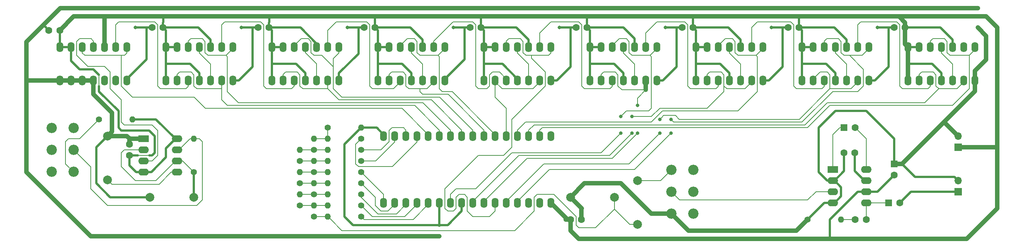
<source format=gbr>
G04 #@! TF.FileFunction,Copper,L2,Bot,Signal*
%FSLAX46Y46*%
G04 Gerber Fmt 4.6, Leading zero omitted, Abs format (unit mm)*
G04 Created by KiCad (PCBNEW 4.0.7-e2-6376~58~ubuntu16.04.1) date Wed Apr  4 21:12:27 2018*
%MOMM*%
%LPD*%
G01*
G04 APERTURE LIST*
%ADD10C,0.100000*%
%ADD11O,1.600000X2.300000*%
%ADD12C,1.400000*%
%ADD13O,1.400000X1.400000*%
%ADD14C,2.000000*%
%ADD15C,2.340000*%
%ADD16R,2.400000X1.600000*%
%ADD17O,2.400000X1.600000*%
%ADD18R,1.600000X1.600000*%
%ADD19C,1.600000*%
%ADD20R,1.700000X1.700000*%
%ADD21O,1.700000X1.700000*%
%ADD22C,0.800000*%
%ADD23C,1.000000*%
%ADD24C,0.500000*%
%ADD25C,0.200000*%
G04 APERTURE END LIST*
D10*
D11*
X21590000Y40640000D03*
X24130000Y40640000D03*
X26670000Y40640000D03*
X29210000Y40640000D03*
X31750000Y40640000D03*
X34290000Y40640000D03*
X36830000Y40640000D03*
X36830000Y48260000D03*
X34290000Y48260000D03*
X31750000Y48260000D03*
X29210000Y48260000D03*
X26670000Y48260000D03*
X24130000Y48260000D03*
X21590000Y48260000D03*
D12*
X90170000Y19685000D03*
D13*
X82550000Y19685000D03*
D11*
X133350000Y27940000D03*
X130810000Y27940000D03*
X128270000Y27940000D03*
X125730000Y27940000D03*
X123190000Y27940000D03*
X120650000Y27940000D03*
X118110000Y27940000D03*
X115570000Y27940000D03*
X113030000Y27940000D03*
X110490000Y27940000D03*
X107950000Y27940000D03*
X105410000Y27940000D03*
X102870000Y27940000D03*
X100330000Y27940000D03*
X97790000Y27940000D03*
X95250000Y27940000D03*
X95250000Y12700000D03*
X97790000Y12700000D03*
X100330000Y12700000D03*
X102870000Y12700000D03*
X105410000Y12700000D03*
X107950000Y12700000D03*
X110490000Y12700000D03*
X113030000Y12700000D03*
X115570000Y12700000D03*
X118110000Y12700000D03*
X120650000Y12700000D03*
X123190000Y12700000D03*
X125730000Y12700000D03*
X128270000Y12700000D03*
X130810000Y12700000D03*
X133350000Y12700000D03*
D12*
X30480000Y31750000D03*
D13*
X38100000Y31750000D03*
D11*
X69850000Y40640000D03*
X72390000Y40640000D03*
X74930000Y40640000D03*
X77470000Y40640000D03*
X80010000Y40640000D03*
X82550000Y40640000D03*
X85090000Y40640000D03*
X85090000Y48260000D03*
X82550000Y48260000D03*
X80010000Y48260000D03*
X77470000Y48260000D03*
X74930000Y48260000D03*
X72390000Y48260000D03*
X69850000Y48260000D03*
X166370000Y40640000D03*
X168910000Y40640000D03*
X171450000Y40640000D03*
X173990000Y40640000D03*
X176530000Y40640000D03*
X179070000Y40640000D03*
X181610000Y40640000D03*
X181610000Y48260000D03*
X179070000Y48260000D03*
X176530000Y48260000D03*
X173990000Y48260000D03*
X171450000Y48260000D03*
X168910000Y48260000D03*
X166370000Y48260000D03*
X45720000Y40640000D03*
X48260000Y40640000D03*
X50800000Y40640000D03*
X53340000Y40640000D03*
X55880000Y40640000D03*
X58420000Y40640000D03*
X60960000Y40640000D03*
X60960000Y48260000D03*
X58420000Y48260000D03*
X55880000Y48260000D03*
X53340000Y48260000D03*
X50800000Y48260000D03*
X48260000Y48260000D03*
X45720000Y48260000D03*
X93980000Y40640000D03*
X96520000Y40640000D03*
X99060000Y40640000D03*
X101600000Y40640000D03*
X104140000Y40640000D03*
X106680000Y40640000D03*
X109220000Y40640000D03*
X109220000Y48260000D03*
X106680000Y48260000D03*
X104140000Y48260000D03*
X101600000Y48260000D03*
X99060000Y48260000D03*
X96520000Y48260000D03*
X93980000Y48260000D03*
X118110000Y40640000D03*
X120650000Y40640000D03*
X123190000Y40640000D03*
X125730000Y40640000D03*
X128270000Y40640000D03*
X130810000Y40640000D03*
X133350000Y40640000D03*
X133350000Y48260000D03*
X130810000Y48260000D03*
X128270000Y48260000D03*
X125730000Y48260000D03*
X123190000Y48260000D03*
X120650000Y48260000D03*
X118110000Y48260000D03*
X142240000Y40640000D03*
X144780000Y40640000D03*
X147320000Y40640000D03*
X149860000Y40640000D03*
X152400000Y40640000D03*
X154940000Y40640000D03*
X157480000Y40640000D03*
X157480000Y48260000D03*
X154940000Y48260000D03*
X152400000Y48260000D03*
X149860000Y48260000D03*
X147320000Y48260000D03*
X144780000Y48260000D03*
X142240000Y48260000D03*
X190500000Y40640000D03*
X193040000Y40640000D03*
X195580000Y40640000D03*
X198120000Y40640000D03*
X200660000Y40640000D03*
X203200000Y40640000D03*
X205740000Y40640000D03*
X205740000Y48260000D03*
X203200000Y48260000D03*
X200660000Y48260000D03*
X198120000Y48260000D03*
X195580000Y48260000D03*
X193040000Y48260000D03*
X190500000Y48260000D03*
X214630000Y40640000D03*
X217170000Y40640000D03*
X219710000Y40640000D03*
X222250000Y40640000D03*
X224790000Y40640000D03*
X227330000Y40640000D03*
X229870000Y40640000D03*
X229870000Y48260000D03*
X227330000Y48260000D03*
X224790000Y48260000D03*
X222250000Y48260000D03*
X219710000Y48260000D03*
X217170000Y48260000D03*
X214630000Y48260000D03*
D14*
X32385000Y17940000D03*
X32385000Y27940000D03*
D12*
X52070000Y19685000D03*
D13*
X52070000Y27305000D03*
D15*
X19685000Y19765000D03*
X19685000Y24765000D03*
X19685000Y29765000D03*
X24685000Y19765000D03*
X24685000Y24765000D03*
X24685000Y29765000D03*
D16*
X40640000Y27305000D03*
D17*
X48260000Y19685000D03*
X40640000Y24765000D03*
X48260000Y22225000D03*
X40640000Y22225000D03*
X48260000Y24765000D03*
X40640000Y19685000D03*
X48260000Y27305000D03*
D16*
X197485000Y20320000D03*
D17*
X205105000Y12700000D03*
X197485000Y17780000D03*
X205105000Y15240000D03*
X197485000Y15240000D03*
X205105000Y17780000D03*
X197485000Y12700000D03*
X205105000Y20320000D03*
D14*
X147795000Y13970000D03*
X137795000Y13970000D03*
X153035000Y17780000D03*
X153035000Y7780000D03*
D18*
X200065000Y29845000D03*
D19*
X202565000Y29845000D03*
D18*
X211455000Y21550000D03*
D19*
X211455000Y19050000D03*
D18*
X210225000Y12700000D03*
D19*
X212725000Y12700000D03*
D20*
X226060000Y15240000D03*
D21*
X226060000Y17780000D03*
D12*
X191770000Y8890000D03*
D13*
X199390000Y8890000D03*
D15*
X165735000Y20240000D03*
X165735000Y15240000D03*
X165735000Y10240000D03*
X160735000Y20240000D03*
X160735000Y15240000D03*
X160735000Y10240000D03*
D14*
X52070000Y13970000D03*
X42070000Y13970000D03*
D12*
X82550000Y29845000D03*
D13*
X90170000Y29845000D03*
D12*
X90170000Y27305000D03*
D13*
X82550000Y27305000D03*
D12*
X90170000Y24765000D03*
D13*
X82550000Y24765000D03*
D12*
X90170000Y22225000D03*
D13*
X82550000Y22225000D03*
D12*
X90170000Y17145000D03*
D13*
X82550000Y17145000D03*
D12*
X90170000Y14605000D03*
D13*
X82550000Y14605000D03*
D12*
X90170000Y12065000D03*
D13*
X82550000Y12065000D03*
D12*
X90170000Y9525000D03*
D13*
X82550000Y9525000D03*
D19*
X21550000Y52070000D03*
X19050000Y52070000D03*
X45045000Y52705000D03*
X42545000Y52705000D03*
X69175000Y52705000D03*
X66675000Y52705000D03*
X93305000Y52705000D03*
X90805000Y52705000D03*
X117435000Y52705000D03*
X114935000Y52705000D03*
X141565000Y52705000D03*
X139065000Y52705000D03*
X165695000Y52705000D03*
X163195000Y52705000D03*
X189825000Y52705000D03*
X187325000Y52705000D03*
X213955000Y52705000D03*
X211455000Y52705000D03*
X137795000Y8890000D03*
X140295000Y8890000D03*
X202525000Y24130000D03*
X200025000Y24130000D03*
X202605000Y8890000D03*
X205105000Y8890000D03*
X37425000Y23535000D03*
X37425000Y26035000D03*
D12*
X79375000Y24765000D03*
D13*
X79375000Y27305000D03*
D12*
X76200000Y22225000D03*
D13*
X76200000Y24765000D03*
D12*
X79375000Y19685000D03*
D13*
X79375000Y22225000D03*
D12*
X76200000Y17145000D03*
D13*
X76200000Y19685000D03*
D12*
X79375000Y14605000D03*
D13*
X79375000Y17145000D03*
D12*
X76200000Y12065000D03*
D13*
X76200000Y14605000D03*
D12*
X79375000Y9525000D03*
D13*
X79375000Y12065000D03*
D20*
X226060000Y25400000D03*
D21*
X226060000Y27940000D03*
D22*
X107950000Y5080000D03*
X107950000Y7620000D03*
X230505000Y57150000D03*
X230505000Y52705000D03*
X207645000Y57150000D03*
X183515000Y57150000D03*
X159385000Y57150000D03*
X135255000Y57150000D03*
X111125000Y57150000D03*
X62865000Y57150000D03*
X38735000Y57150000D03*
X38735000Y52705000D03*
X62865000Y52705000D03*
X86995000Y57150000D03*
X207645000Y52705000D03*
X183515000Y52705000D03*
X159385000Y52705000D03*
X135255000Y52705000D03*
X111125000Y52705000D03*
X86995000Y52705000D03*
X153035000Y34925000D03*
X153035000Y28575000D03*
X149225000Y28575000D03*
X149225000Y32385000D03*
X151765000Y28575000D03*
X151765000Y32385000D03*
X158115000Y28575000D03*
X158115000Y31750000D03*
X160655000Y28575000D03*
X160655000Y31750000D03*
D23*
X234950000Y52705000D02*
X234950000Y25336500D01*
X234950000Y25336500D02*
X234950000Y11430000D01*
X226060000Y25400000D02*
X234886500Y25400000D01*
X234886500Y25400000D02*
X234950000Y25336500D01*
X212546370Y55245000D02*
X232410000Y55245000D01*
X232410000Y55245000D02*
X234950000Y52705000D01*
X234950000Y11430000D02*
X227965000Y4445000D01*
X227965000Y4445000D02*
X196850000Y4445000D01*
X214630000Y40640000D02*
X214630000Y44450000D01*
X214630000Y44450000D02*
X214630000Y48260000D01*
D24*
X222250000Y40640000D02*
X222250000Y42290000D01*
X222250000Y42290000D02*
X220090000Y44450000D01*
X220090000Y44450000D02*
X214630000Y44450000D01*
X142240000Y48260000D02*
X144780000Y48260000D01*
X118110000Y48260000D02*
X120650000Y48260000D01*
X93980000Y48260000D02*
X96520000Y48260000D01*
X69850000Y48260000D02*
X72390000Y48260000D01*
X45720000Y48260000D02*
X48260000Y48260000D01*
X39370000Y23495000D02*
X39330000Y23535000D01*
X39330000Y23535000D02*
X37425000Y23535000D01*
D25*
X41910000Y23495000D02*
X39370000Y23495000D01*
D24*
X42545000Y23495000D02*
X41910000Y23495000D01*
X43180000Y24130000D02*
X42545000Y23495000D01*
X43180000Y24142830D02*
X43180000Y24130000D01*
X43180000Y27940000D02*
X43180000Y24142830D01*
X41910000Y29210000D02*
X43180000Y27940000D01*
X41767170Y29210000D02*
X41910000Y29210000D01*
X35560000Y29210000D02*
X41767170Y29210000D01*
X34925000Y29845000D02*
X35560000Y29210000D01*
X34925000Y33655000D02*
X34925000Y29845000D01*
X30480000Y38100000D02*
X34925000Y33655000D01*
X30480000Y39370000D02*
X30480000Y38100000D01*
D25*
X30480000Y41910000D02*
X30480000Y39370000D01*
D24*
X29210000Y43180000D02*
X30480000Y41910000D01*
X26035000Y43180000D02*
X29210000Y43180000D01*
X24130000Y45085000D02*
X26035000Y43180000D01*
X24130000Y48260000D02*
X24130000Y45085000D01*
X152400000Y48260000D02*
X152400000Y50165000D01*
X152400000Y50165000D02*
X149860000Y52705000D01*
X149860000Y52705000D02*
X142795000Y52705000D01*
X142795000Y52705000D02*
X141565000Y52705000D01*
X196850000Y8890000D02*
X196850000Y4445000D01*
D23*
X196850000Y4445000D02*
X139700000Y4445000D01*
D24*
X205105000Y15240000D02*
X203200000Y15240000D01*
X203200000Y15240000D02*
X196850000Y8890000D01*
D23*
X139700000Y4445000D02*
X137795000Y6350000D01*
X137795000Y6350000D02*
X137795000Y8890000D01*
X213955000Y52705000D02*
X213955000Y48935000D01*
X213955000Y48935000D02*
X214630000Y48260000D01*
X137795000Y8890000D02*
X136663630Y8890000D01*
X137795000Y8890000D02*
X137160000Y8890000D01*
X137160000Y8890000D02*
X133350000Y12700000D01*
D24*
X211455000Y19050000D02*
X207645000Y15240000D01*
X207645000Y15240000D02*
X205105000Y15240000D01*
X37425000Y21200000D02*
X37425000Y22403630D01*
X38940000Y19685000D02*
X37425000Y21200000D01*
X37425000Y22403630D02*
X37425000Y23535000D01*
X40640000Y19685000D02*
X38940000Y19685000D01*
X48260000Y27305000D02*
X47860000Y27305000D01*
X47860000Y27305000D02*
X43415000Y31750000D01*
X43415000Y31750000D02*
X39089949Y31750000D01*
X39089949Y31750000D02*
X38100000Y31750000D01*
X45720000Y23065000D02*
X45720000Y25165000D01*
X45720000Y25165000D02*
X47860000Y27305000D01*
X40640000Y19685000D02*
X42340000Y19685000D01*
X42340000Y19685000D02*
X45720000Y23065000D01*
D23*
X212546370Y55245000D02*
X189865000Y55245000D01*
X189865000Y55245000D02*
X165735000Y55245000D01*
D24*
X189825000Y52705000D02*
X189825000Y55205000D01*
X189825000Y55205000D02*
X189865000Y55245000D01*
D23*
X165735000Y55245000D02*
X141605000Y55245000D01*
D24*
X165695000Y52705000D02*
X165695000Y55205000D01*
X165695000Y55205000D02*
X165735000Y55245000D01*
D23*
X141605000Y55245000D02*
X117475000Y55245000D01*
D24*
X141565000Y52705000D02*
X141565000Y55205000D01*
X141565000Y55205000D02*
X141605000Y55245000D01*
D23*
X117475000Y55245000D02*
X93345000Y55245000D01*
D24*
X117435000Y52705000D02*
X117435000Y55205000D01*
X117435000Y55205000D02*
X117475000Y55245000D01*
X93305000Y55205000D02*
X93345000Y55245000D01*
D23*
X93345000Y55245000D02*
X69215000Y55245000D01*
D24*
X93305000Y52705000D02*
X93305000Y55205000D01*
D23*
X69215000Y55245000D02*
X45085000Y55245000D01*
D24*
X69175000Y52705000D02*
X69175000Y53836370D01*
X69175000Y53836370D02*
X69215000Y53876370D01*
X69215000Y53876370D02*
X69215000Y55245000D01*
X45045000Y53836370D02*
X45085000Y53876370D01*
D23*
X45085000Y55245000D02*
X31750000Y55245000D01*
D24*
X45045000Y52705000D02*
X45045000Y53836370D01*
X45085000Y53876370D02*
X45085000Y55245000D01*
D23*
X31750000Y55245000D02*
X24725000Y55245000D01*
X31750000Y52705000D02*
X31750000Y55245000D01*
X213955000Y52705000D02*
X213955000Y53836370D01*
X213955000Y53836370D02*
X212546370Y55245000D01*
X24725000Y55245000D02*
X21550000Y52070000D01*
D24*
X224790000Y48260000D02*
X224790000Y49910000D01*
X224790000Y49910000D02*
X221995000Y52705000D01*
X221995000Y52705000D02*
X215185000Y52705000D01*
X215185000Y52705000D02*
X213955000Y52705000D01*
X55880000Y48260000D02*
X55880000Y49910000D01*
X55880000Y49910000D02*
X53085000Y52705000D01*
X53085000Y52705000D02*
X46275000Y52705000D01*
X46275000Y52705000D02*
X45045000Y52705000D01*
X45720000Y48260000D02*
X45720000Y52030000D01*
X45720000Y52030000D02*
X45045000Y52705000D01*
X80010000Y48260000D02*
X80010000Y49037828D01*
X80010000Y49037828D02*
X76342828Y52705000D01*
X76342828Y52705000D02*
X70405000Y52705000D01*
X70405000Y52705000D02*
X69175000Y52705000D01*
X69850000Y48260000D02*
X69850000Y52030000D01*
X69850000Y52030000D02*
X69175000Y52705000D01*
X104140000Y48260000D02*
X104140000Y49910000D01*
X104140000Y49910000D02*
X101345000Y52705000D01*
X101345000Y52705000D02*
X94535000Y52705000D01*
X94535000Y52705000D02*
X93305000Y52705000D01*
X93980000Y48260000D02*
X93980000Y52030000D01*
X93980000Y52030000D02*
X93305000Y52705000D01*
X128270000Y48260000D02*
X128270000Y49910000D01*
X128270000Y49910000D02*
X125475000Y52705000D01*
X125475000Y52705000D02*
X118665000Y52705000D01*
X118665000Y52705000D02*
X117435000Y52705000D01*
X118110000Y48260000D02*
X118110000Y52030000D01*
X118110000Y52030000D02*
X117435000Y52705000D01*
X142240000Y48260000D02*
X142240000Y52030000D01*
X142240000Y52030000D02*
X141565000Y52705000D01*
X176530000Y48260000D02*
X176530000Y49910000D01*
X176530000Y49910000D02*
X173735000Y52705000D01*
X173735000Y52705000D02*
X166925000Y52705000D01*
X166925000Y52705000D02*
X165695000Y52705000D01*
X166370000Y48260000D02*
X166370000Y52030000D01*
X166370000Y52030000D02*
X165695000Y52705000D01*
X200660000Y48260000D02*
X200660000Y49910000D01*
X200660000Y49910000D02*
X197865000Y52705000D01*
X197865000Y52705000D02*
X191055000Y52705000D01*
X191055000Y52705000D02*
X189825000Y52705000D01*
X190500000Y48260000D02*
X190500000Y52030000D01*
X190500000Y52030000D02*
X189825000Y52705000D01*
X24130000Y48260000D02*
X21590000Y48260000D01*
X21590000Y52070000D02*
X21590000Y48260000D01*
X45720000Y46610000D02*
X45720000Y44450000D01*
X45720000Y44450000D02*
X45720000Y40640000D01*
X53340000Y40640000D02*
X53340000Y42290000D01*
X53340000Y42290000D02*
X51180000Y44450000D01*
X51180000Y44450000D02*
X45720000Y44450000D01*
X45720000Y48260000D02*
X45720000Y46610000D01*
X69850000Y46610000D02*
X69850000Y44450000D01*
X77470000Y42290000D02*
X75310000Y44450000D01*
X69850000Y44450000D02*
X69850000Y40640000D01*
X77470000Y40640000D02*
X77470000Y42290000D01*
X75310000Y44450000D02*
X69850000Y44450000D01*
X69850000Y48260000D02*
X69850000Y46610000D01*
X93980000Y46610000D02*
X93980000Y44450000D01*
X93980000Y44450000D02*
X93980000Y40640000D01*
X101600000Y40640000D02*
X101600000Y42290000D01*
X101600000Y42290000D02*
X99440000Y44450000D01*
X99440000Y44450000D02*
X93980000Y44450000D01*
X93980000Y48260000D02*
X93980000Y46610000D01*
X118110000Y48260000D02*
X118110000Y44450000D01*
X118110000Y44450000D02*
X118110000Y40640000D01*
X122270000Y44450000D02*
X118110000Y44450000D01*
X125730000Y40640000D02*
X125730000Y40990000D01*
X125730000Y40990000D02*
X122270000Y44450000D01*
X142240000Y48260000D02*
X142240000Y44450000D01*
X142240000Y44450000D02*
X142240000Y40640000D01*
X149860000Y42290000D02*
X147700000Y44450000D01*
X149860000Y40640000D02*
X149860000Y42290000D01*
X147700000Y44450000D02*
X142240000Y44450000D01*
X166370000Y48260000D02*
X166370000Y44450000D01*
X166370000Y44450000D02*
X166370000Y40640000D01*
X173990000Y40640000D02*
X173990000Y42290000D01*
X173990000Y42290000D02*
X171830000Y44450000D01*
X171830000Y44450000D02*
X166370000Y44450000D01*
X168910000Y48260000D02*
X166370000Y48260000D01*
X190500000Y46610000D02*
X190500000Y44450000D01*
X195960000Y44450000D02*
X190500000Y44450000D01*
X190500000Y44450000D02*
X190500000Y40640000D01*
X198120000Y40640000D02*
X198120000Y42290000D01*
X198120000Y42290000D02*
X195960000Y44450000D01*
X193040000Y48260000D02*
X190500000Y48260000D01*
X190500000Y48260000D02*
X190500000Y46610000D01*
X217170000Y48260000D02*
X214630000Y48260000D01*
D23*
X31750000Y52705000D02*
X31750000Y48260000D01*
X69676000Y48434000D02*
X69850000Y48260000D01*
X45720000Y48260000D02*
X45720000Y47910000D01*
X229870000Y38165000D02*
X222820000Y31115000D01*
X222820000Y31115000D02*
X213255000Y21550000D01*
X226060000Y27940000D02*
X225210001Y28789999D01*
X225210001Y28789999D02*
X225145001Y28789999D01*
X225145001Y28789999D02*
X222820000Y31115000D01*
D24*
X226060000Y17780000D02*
X225210001Y18629999D01*
X216175001Y18629999D02*
X213255000Y21550000D01*
X225210001Y18629999D02*
X216175001Y18629999D01*
D23*
X32385000Y27940000D02*
X33384999Y28939999D01*
X33384999Y28939999D02*
X33384999Y33290001D01*
X33384999Y33290001D02*
X29210000Y37465000D01*
X29210000Y37465000D02*
X29210000Y40640000D01*
X107950000Y5080000D02*
X28575000Y5080000D01*
X28575000Y5080000D02*
X13970000Y19685000D01*
X13970000Y19685000D02*
X13970000Y40640000D01*
X230505000Y57150000D02*
X207645000Y57150000D01*
X232410000Y50800000D02*
X230505000Y52705000D01*
X232410000Y45330000D02*
X232410000Y50800000D01*
X229870000Y40640000D02*
X229870000Y42790000D01*
X229870000Y42790000D02*
X232410000Y45330000D01*
X229870000Y40640000D02*
X229870000Y38165000D01*
X213255000Y21550000D02*
X211455000Y21550000D01*
D24*
X109855000Y7620000D02*
X107950000Y7620000D01*
X107950000Y7620000D02*
X88265000Y7620000D01*
X107950000Y12700000D02*
X107950000Y11050000D01*
X107950000Y11050000D02*
X107950000Y7620000D01*
X86360000Y9525000D02*
X86360000Y26035000D01*
X86360000Y26035000D02*
X90170000Y29845000D01*
X88265000Y7620000D02*
X86360000Y9525000D01*
X113030000Y10795000D02*
X109855000Y7620000D01*
X113030000Y12700000D02*
X113030000Y10795000D01*
D23*
X149225000Y17145000D02*
X140970000Y17145000D01*
X140970000Y17145000D02*
X137795000Y13970000D01*
X156130000Y10240000D02*
X149225000Y17145000D01*
X160735000Y10240000D02*
X156130000Y10240000D01*
X189230000Y6350000D02*
X164625000Y6350000D01*
X164625000Y6350000D02*
X160735000Y10240000D01*
X191770000Y8890000D02*
X189230000Y6350000D01*
D24*
X212755000Y21550000D02*
X211455000Y21550000D01*
X211455000Y21550000D02*
X211455000Y27305000D01*
X211455000Y27305000D02*
X205105000Y33655000D01*
X205105000Y33655000D02*
X198120000Y33655000D01*
X198120000Y33655000D02*
X194310000Y29845000D01*
X194310000Y29845000D02*
X194310000Y19685000D01*
X194310000Y19685000D02*
X196215000Y17780000D01*
X196215000Y17780000D02*
X197485000Y17780000D01*
X200025000Y24130000D02*
X200025000Y19920000D01*
X200025000Y19920000D02*
X197885000Y17780000D01*
X197885000Y17780000D02*
X197485000Y17780000D01*
X197885000Y17780000D02*
X199390000Y16275000D01*
X199390000Y16275000D02*
X199390000Y14205000D01*
X199390000Y14205000D02*
X197885000Y12700000D01*
X197885000Y12700000D02*
X197485000Y12700000D01*
X197485000Y12700000D02*
X195580000Y12700000D01*
X195580000Y12700000D02*
X191770000Y8890000D01*
D23*
X140335000Y11430000D02*
X140295000Y11390000D01*
X140295000Y11390000D02*
X140295000Y8890000D01*
X137795000Y13970000D02*
X140335000Y11430000D01*
D24*
X90170000Y29845000D02*
X93695000Y29845000D01*
X93695000Y29845000D02*
X95250000Y28290000D01*
X95250000Y28290000D02*
X95250000Y27940000D01*
X42070000Y13970000D02*
X33020000Y13970000D01*
X29845000Y25400000D02*
X32385000Y27940000D01*
X33020000Y13970000D02*
X29845000Y17145000D01*
X29845000Y17145000D02*
X29845000Y25400000D01*
D23*
X37425000Y26035000D02*
X37425000Y27265000D01*
X37425000Y27265000D02*
X37465000Y27305000D01*
X36830000Y27940000D02*
X37465000Y27305000D01*
X37465000Y27305000D02*
X40640000Y27305000D01*
X32385000Y27940000D02*
X36830000Y27940000D01*
X21590000Y57070000D02*
X17780000Y53260000D01*
X17780000Y53260000D02*
X13970000Y49450000D01*
D24*
X19050000Y52070000D02*
X18250001Y52869999D01*
X18250001Y52869999D02*
X18170001Y52869999D01*
X18170001Y52869999D02*
X17780000Y53260000D01*
X42545000Y52705000D02*
X41275000Y52705000D01*
X65405000Y52705000D02*
X64770000Y52705000D01*
X64770000Y52705000D02*
X62865000Y52705000D01*
X66675000Y52705000D02*
X64770000Y52705000D01*
X90805000Y52705000D02*
X89535000Y52705000D01*
X114935000Y52705000D02*
X113665000Y52705000D01*
X139065000Y52705000D02*
X137795000Y52705000D01*
X163195000Y52705000D02*
X161925000Y52705000D01*
X187325000Y52705000D02*
X186055000Y52705000D01*
X211455000Y52705000D02*
X210323630Y52705000D01*
X210323630Y52705000D02*
X210185000Y52705000D01*
D23*
X13970000Y42434000D02*
X13970000Y40640000D01*
X21590000Y40640000D02*
X13970000Y40640000D01*
X13970000Y44450000D02*
X13970000Y42434000D01*
X24130000Y40640000D02*
X21590000Y40640000D01*
X26670000Y40640000D02*
X24130000Y40640000D01*
X29210000Y40640000D02*
X26670000Y40640000D01*
X13970000Y49450000D02*
X13970000Y44450000D01*
X38735000Y57150000D02*
X21670000Y57150000D01*
X21670000Y57150000D02*
X21590000Y57070000D01*
X183515000Y57150000D02*
X207645000Y57150000D01*
X159385000Y57150000D02*
X183515000Y57150000D01*
X135255000Y57150000D02*
X159385000Y57150000D01*
X111125000Y57150000D02*
X135255000Y57150000D01*
X86995000Y57150000D02*
X111125000Y57150000D01*
X62865000Y57150000D02*
X86995000Y57150000D01*
X38735000Y57150000D02*
X62865000Y57150000D01*
D24*
X41275000Y52705000D02*
X38735000Y52705000D01*
X36830000Y40640000D02*
X36830000Y40990000D01*
X36830000Y40990000D02*
X41275000Y45435000D01*
X41275000Y45435000D02*
X41275000Y51715051D01*
X41275000Y51715051D02*
X41275000Y52705000D01*
X60960000Y40640000D02*
X62260000Y40640000D01*
X65405000Y43785000D02*
X65405000Y51715051D01*
X62260000Y40640000D02*
X65405000Y43785000D01*
X65405000Y51715051D02*
X65405000Y52705000D01*
X210185000Y52705000D02*
X207645000Y52705000D01*
X205740000Y40640000D02*
X207040000Y40640000D01*
X207040000Y40640000D02*
X210185000Y43785000D01*
X210185000Y43785000D02*
X210185000Y51715051D01*
X210185000Y51715051D02*
X210185000Y52705000D01*
X186055000Y52705000D02*
X183515000Y52705000D01*
X181610000Y40640000D02*
X182910000Y40640000D01*
X182910000Y40640000D02*
X186055000Y43785000D01*
X186055000Y43785000D02*
X186055000Y51715051D01*
X186055000Y51715051D02*
X186055000Y52705000D01*
X161925000Y52705000D02*
X159385000Y52705000D01*
X157480000Y40640000D02*
X158780000Y40640000D01*
X158780000Y40640000D02*
X161925000Y43785000D01*
X161925000Y43785000D02*
X161925000Y51715051D01*
X161925000Y51715051D02*
X161925000Y52705000D01*
X137795000Y52705000D02*
X135255000Y52705000D01*
X133350000Y40640000D02*
X134650000Y40640000D01*
X134650000Y40640000D02*
X137795000Y43785000D01*
X137795000Y43785000D02*
X137795000Y51715051D01*
X137795000Y51715051D02*
X137795000Y52705000D01*
X113665000Y52705000D02*
X111125000Y52705000D01*
X109220000Y40640000D02*
X109220000Y40990000D01*
X113665000Y51715051D02*
X113665000Y52705000D01*
X109220000Y40990000D02*
X113665000Y45435000D01*
X113665000Y45435000D02*
X113665000Y51715051D01*
X89535000Y52705000D02*
X86995000Y52705000D01*
X85090000Y40640000D02*
X85090000Y42290000D01*
X85090000Y42290000D02*
X89535000Y46735000D01*
X89535000Y46735000D02*
X89535000Y51715051D01*
X89535000Y51715051D02*
X89535000Y52705000D01*
D25*
X53340000Y48260000D02*
X53340000Y46910000D01*
X53340000Y46910000D02*
X55880000Y44370000D01*
X55880000Y44370000D02*
X55880000Y41990000D01*
X55880000Y41990000D02*
X55880000Y40640000D01*
D23*
X55880000Y40290000D02*
X55880000Y40640000D01*
D25*
X74930000Y40640000D02*
X74930000Y39370000D01*
X74930000Y39370000D02*
X74295000Y38735000D01*
X68580000Y38735000D02*
X67945000Y39370000D01*
X74295000Y38735000D02*
X68580000Y38735000D01*
X67945000Y39370000D02*
X67945000Y53340000D01*
X67945000Y53340000D02*
X67310000Y53975000D01*
X67310000Y53975000D02*
X59055000Y53975000D01*
X59055000Y53975000D02*
X58420000Y53340000D01*
X58420000Y53340000D02*
X58420000Y48260000D01*
D23*
X58420000Y48260000D02*
X58420000Y47910000D01*
D25*
X77470000Y48260000D02*
X77470000Y46990000D01*
X77470000Y46990000D02*
X80010000Y44450000D01*
X80010000Y44450000D02*
X80010000Y41990000D01*
X80010000Y41990000D02*
X80010000Y40640000D01*
X99060000Y40640000D02*
X99060000Y40290000D01*
X99060000Y40290000D02*
X97505000Y38735000D01*
X97505000Y38735000D02*
X92710000Y38735000D01*
X92710000Y38735000D02*
X92075000Y39370000D01*
X92075000Y39370000D02*
X92075000Y53340000D01*
X92075000Y53340000D02*
X91440000Y53975000D01*
X91440000Y53975000D02*
X84455000Y53975000D01*
X84455000Y53975000D02*
X82550000Y52070000D01*
X82550000Y52070000D02*
X82550000Y48260000D01*
D23*
X82550000Y48260000D02*
X82550000Y47910000D01*
D25*
X125730000Y48260000D02*
X125730000Y46910000D01*
X125730000Y46910000D02*
X128270000Y44370000D01*
X128270000Y41990000D02*
X128270000Y40640000D01*
X128270000Y44370000D02*
X128270000Y41990000D01*
X147320000Y40640000D02*
X147320000Y39290000D01*
X140970000Y38735000D02*
X140335000Y39370000D01*
X147320000Y39290000D02*
X146765000Y38735000D01*
X140335000Y39370000D02*
X140335000Y53340000D01*
X146765000Y38735000D02*
X140970000Y38735000D01*
X140335000Y53340000D02*
X139700000Y53975000D01*
X139700000Y53975000D02*
X133350000Y53975000D01*
X133350000Y53975000D02*
X130810000Y51435000D01*
X130810000Y51435000D02*
X130810000Y48260000D01*
X149860000Y48260000D02*
X149860000Y46910000D01*
X149860000Y46910000D02*
X152400000Y44370000D01*
X152400000Y44370000D02*
X152400000Y41990000D01*
X152400000Y41990000D02*
X152400000Y40640000D01*
X157480000Y53975000D02*
X154940000Y51435000D01*
X154940000Y51435000D02*
X154940000Y48260000D01*
X163830000Y53975000D02*
X157480000Y53975000D01*
X164465000Y53340000D02*
X163830000Y53975000D01*
X164465000Y39370000D02*
X164465000Y53340000D01*
X165100000Y38735000D02*
X164465000Y39370000D01*
X170895000Y38735000D02*
X165100000Y38735000D01*
X171450000Y40640000D02*
X171450000Y39290000D01*
X171450000Y39290000D02*
X170895000Y38735000D01*
X173990000Y48260000D02*
X173990000Y46910000D01*
X173990000Y46910000D02*
X176530000Y44370000D01*
X176530000Y41990000D02*
X176530000Y40640000D01*
X176530000Y44370000D02*
X176530000Y41990000D01*
X180340000Y53975000D02*
X179070000Y52705000D01*
X179070000Y52705000D02*
X179070000Y48260000D01*
X187960000Y53975000D02*
X180340000Y53975000D01*
X188595000Y53340000D02*
X187960000Y53975000D01*
X188595000Y39370000D02*
X188595000Y53340000D01*
X189230000Y38735000D02*
X188595000Y39370000D01*
X195025000Y38735000D02*
X189230000Y38735000D01*
X195580000Y40640000D02*
X195580000Y39290000D01*
X195580000Y39290000D02*
X195025000Y38735000D01*
D23*
X195580000Y40290000D02*
X195580000Y40640000D01*
D25*
X198120000Y48260000D02*
X198120000Y46910000D01*
X200660000Y41990000D02*
X200660000Y40640000D01*
X198120000Y46910000D02*
X200660000Y44370000D01*
X200660000Y44370000D02*
X200660000Y41990000D01*
X203835000Y53975000D02*
X203200000Y53340000D01*
X203200000Y53340000D02*
X203200000Y48260000D01*
X212090000Y53975000D02*
X203835000Y53975000D01*
X212725000Y53340000D02*
X212090000Y53975000D01*
X212725000Y39370000D02*
X212725000Y53340000D01*
X213360000Y38735000D02*
X212725000Y39370000D01*
X219155000Y38735000D02*
X213360000Y38735000D01*
X219710000Y40640000D02*
X219710000Y39290000D01*
X219710000Y39290000D02*
X219155000Y38735000D01*
X222250000Y48260000D02*
X222250000Y46910000D01*
X222250000Y46910000D02*
X224790000Y44370000D01*
X224790000Y44370000D02*
X224790000Y41990000D01*
X224790000Y41990000D02*
X224790000Y40640000D01*
X35560000Y46355000D02*
X35560000Y39370000D01*
X35560000Y39370000D02*
X38100000Y36830000D01*
X54690000Y34290000D02*
X99410000Y34290000D01*
X99410000Y34290000D02*
X105410000Y28290000D01*
X38100000Y36830000D02*
X52150000Y36830000D01*
X52150000Y36830000D02*
X54690000Y34290000D01*
X105410000Y28290000D02*
X105410000Y27940000D01*
X35560000Y46355000D02*
X36275000Y46355000D01*
X27225000Y46355000D02*
X35560000Y46355000D01*
X26670000Y48260000D02*
X26670000Y46910000D01*
X36830000Y46910000D02*
X36830000Y48260000D01*
X26670000Y46910000D02*
X27225000Y46355000D01*
X36275000Y46355000D02*
X36830000Y46910000D01*
X107950000Y27940000D02*
X107950000Y29290000D01*
X107950000Y29290000D02*
X102315000Y34925000D01*
X102315000Y34925000D02*
X59690000Y34925000D01*
X59690000Y34925000D02*
X58420000Y36195000D01*
X58420000Y36195000D02*
X58420000Y38735000D01*
X58420000Y38735000D02*
X58420000Y40640000D01*
X52070000Y39370000D02*
X52705000Y38735000D01*
X52705000Y38735000D02*
X58420000Y38735000D01*
X52070000Y41910000D02*
X52070000Y39370000D01*
X51435000Y42545000D02*
X52070000Y41910000D01*
X48815000Y42545000D02*
X51435000Y42545000D01*
X48260000Y40640000D02*
X48260000Y41990000D01*
X48260000Y41990000D02*
X48815000Y42545000D01*
D23*
X58420000Y40640000D02*
X58420000Y40290000D01*
X58420000Y40990000D02*
X58420000Y40640000D01*
D25*
X110490000Y27940000D02*
X110490000Y29290000D01*
X110490000Y29290000D02*
X104220000Y35560000D01*
X59690000Y46070000D02*
X59405000Y46355000D01*
X104220000Y35560000D02*
X62230000Y35560000D01*
X59690000Y38100000D02*
X59690000Y46070000D01*
X62230000Y35560000D02*
X59690000Y38100000D01*
X50800000Y48260000D02*
X50800000Y49610000D01*
X54610000Y46990000D02*
X55245000Y46355000D01*
X60960000Y47910000D02*
X60960000Y48260000D01*
X50800000Y49610000D02*
X51355000Y50165000D01*
X51355000Y50165000D02*
X53975000Y50165000D01*
X54610000Y49530000D02*
X54610000Y46990000D01*
X53975000Y50165000D02*
X54610000Y49530000D01*
X55245000Y46355000D02*
X59405000Y46355000D01*
X59405000Y46355000D02*
X60960000Y47910000D01*
X60960000Y48610000D02*
X60960000Y48260000D01*
D23*
X50800000Y47910000D02*
X50800000Y48260000D01*
D25*
X82550000Y38735000D02*
X82550000Y40640000D01*
X113030000Y27940000D02*
X113030000Y29290000D01*
X113030000Y29290000D02*
X106125000Y36195000D01*
X106125000Y36195000D02*
X85090000Y36195000D01*
X85090000Y36195000D02*
X82550000Y38735000D01*
X76200000Y39370000D02*
X76835000Y38735000D01*
X72390000Y40640000D02*
X72390000Y41990000D01*
X76835000Y38735000D02*
X82550000Y38735000D01*
X72390000Y41990000D02*
X72945000Y42545000D01*
X72945000Y42545000D02*
X75565000Y42545000D01*
X75565000Y42545000D02*
X76200000Y41910000D01*
X76200000Y41910000D02*
X76200000Y39370000D01*
X115570000Y27940000D02*
X115570000Y29290000D01*
X115570000Y29290000D02*
X108030000Y36830000D01*
X83820000Y38735000D02*
X83820000Y43708616D01*
X108030000Y36830000D02*
X85725000Y36830000D01*
X85725000Y36830000D02*
X83820000Y38735000D01*
X85090000Y48260000D02*
X85090000Y46910000D01*
X85090000Y46910000D02*
X83820000Y45640000D01*
X83820000Y45640000D02*
X83820000Y43708616D01*
X81749992Y45778624D02*
X83820000Y43708616D01*
X81173616Y46355000D02*
X81749992Y45778624D01*
X80645000Y46355000D02*
X81173616Y46355000D01*
X74930000Y48260000D02*
X74930000Y48610000D01*
X78740000Y46990000D02*
X79375000Y46355000D01*
X74930000Y48610000D02*
X76485000Y50165000D01*
X76485000Y50165000D02*
X78105000Y50165000D01*
X78105000Y50165000D02*
X78740000Y49530000D01*
X78740000Y49530000D02*
X78740000Y46990000D01*
X79375000Y46355000D02*
X80645000Y46355000D01*
X118110000Y27940000D02*
X118110000Y29290000D01*
X118110000Y29290000D02*
X109935000Y37465000D01*
X109935000Y37465000D02*
X104140000Y37465000D01*
X103505000Y38100000D02*
X103505000Y38735000D01*
X104140000Y37465000D02*
X103505000Y38100000D01*
X100965000Y38735000D02*
X103505000Y38735000D01*
X103505000Y38735000D02*
X105125000Y38735000D01*
X96520000Y40640000D02*
X96520000Y41990000D01*
X105125000Y38735000D02*
X106680000Y40290000D01*
X96520000Y41990000D02*
X97075000Y42545000D01*
X97075000Y42545000D02*
X99695000Y42545000D01*
X99695000Y42545000D02*
X100330000Y41910000D01*
X100330000Y41910000D02*
X100330000Y39370000D01*
X100330000Y39370000D02*
X100965000Y38735000D01*
X106680000Y40290000D02*
X106680000Y40640000D01*
X120650000Y27940000D02*
X120650000Y28290000D01*
X120650000Y28290000D02*
X110840000Y38100000D01*
X110840000Y38100000D02*
X108585000Y38100000D01*
X108585000Y38100000D02*
X107950000Y38735000D01*
X107950000Y38735000D02*
X107950000Y46070000D01*
X107950000Y46070000D02*
X107665000Y46355000D01*
X99060000Y48260000D02*
X99060000Y48610000D01*
X107665000Y46355000D02*
X109220000Y47910000D01*
X99060000Y48610000D02*
X100615000Y50165000D01*
X100615000Y50165000D02*
X102235000Y50165000D01*
X102235000Y50165000D02*
X102870000Y49530000D01*
X102870000Y49530000D02*
X102870000Y46990000D01*
X102870000Y46990000D02*
X103505000Y46355000D01*
X109220000Y47910000D02*
X109220000Y48260000D01*
X103505000Y46355000D02*
X107665000Y46355000D01*
X109220000Y48610000D02*
X109220000Y48260000D01*
X123190000Y34290000D02*
X120650000Y36830000D01*
X120650000Y36830000D02*
X120650000Y40640000D01*
X123190000Y27940000D02*
X123190000Y34290000D01*
X130810000Y40640000D02*
X130810000Y40290000D01*
X129255000Y38735000D02*
X122205000Y38735000D01*
X130810000Y40290000D02*
X129255000Y38735000D01*
X122205000Y38735000D02*
X120650000Y40290000D01*
X120650000Y40290000D02*
X120650000Y40640000D01*
X109855000Y10795000D02*
X109220000Y11430000D01*
X111125000Y10795000D02*
X109855000Y10795000D01*
X111760000Y11430000D02*
X111125000Y10795000D01*
X111760000Y12064351D02*
X111760000Y11430000D01*
X111760000Y13970000D02*
X111760000Y12064351D01*
X112395000Y14605000D02*
X111760000Y13970000D01*
X113665000Y14605000D02*
X112395000Y14605000D01*
X114300000Y13970000D02*
X113665000Y14605000D01*
X114300000Y10795000D02*
X114300000Y13970000D01*
X115570000Y9525000D02*
X114300000Y10795000D01*
X118110000Y9525000D02*
X119380000Y9525000D01*
X118110000Y9525000D02*
X115570000Y9525000D01*
X128905000Y46355000D02*
X128905000Y45720000D01*
X122555000Y23495000D02*
X116840000Y23495000D01*
X109220000Y15875000D02*
X109220000Y11430000D01*
X128905000Y45720000D02*
X132080000Y42545000D01*
X132080000Y42545000D02*
X132080000Y39370000D01*
X132080000Y39370000D02*
X124460000Y31750000D01*
X124460000Y25400000D02*
X122555000Y23495000D01*
X124460000Y31750000D02*
X124460000Y25400000D01*
X116840000Y23495000D02*
X109220000Y15875000D01*
X119380000Y9525000D02*
X120650000Y10795000D01*
X120650000Y10795000D02*
X120650000Y12700000D01*
X128905000Y46355000D02*
X132795000Y46355000D01*
X132795000Y46355000D02*
X133350000Y46910000D01*
X133350000Y46910000D02*
X133350000Y48260000D01*
X123190000Y48260000D02*
X123190000Y49610000D01*
X127000000Y49530000D02*
X127000000Y46990000D01*
X123190000Y49610000D02*
X123745000Y50165000D01*
X123745000Y50165000D02*
X126365000Y50165000D01*
X126365000Y50165000D02*
X127000000Y49530000D01*
X127000000Y46990000D02*
X127635000Y46355000D01*
X127635000Y46355000D02*
X128905000Y46355000D01*
X133350000Y48610000D02*
X133350000Y48260000D01*
X153035000Y35490685D02*
X153035000Y34925000D01*
X153035000Y36585000D02*
X153035000Y35490685D01*
X154940000Y38490000D02*
X153035000Y36585000D01*
X147320000Y22860000D02*
X127920000Y22860000D01*
X127920000Y22860000D02*
X118110000Y13050000D01*
X118110000Y13050000D02*
X118110000Y12700000D01*
X153035000Y28575000D02*
X147320000Y22860000D01*
X148590000Y39370000D02*
X149470000Y38490000D01*
X149470000Y38490000D02*
X154940000Y38490000D01*
X148590000Y41910000D02*
X148590000Y39370000D01*
X147955000Y42545000D02*
X148590000Y41910000D01*
X145335000Y42545000D02*
X147955000Y42545000D01*
X144780000Y40640000D02*
X144780000Y41990000D01*
X144780000Y41990000D02*
X145335000Y42545000D01*
D23*
X154940000Y40640000D02*
X154940000Y38490000D01*
D25*
X111760000Y15875000D02*
X110490000Y14605000D01*
X110490000Y14605000D02*
X110490000Y12700000D01*
X116205000Y15875000D02*
X111760000Y15875000D01*
X124460000Y24130000D02*
X116205000Y15875000D01*
X144780000Y24130000D02*
X124460000Y24130000D01*
X149225000Y28575000D02*
X144780000Y24130000D01*
X150495000Y33655000D02*
X149225000Y32385000D01*
X155575000Y33655000D02*
X150495000Y33655000D01*
X156210000Y46070000D02*
X156210000Y34290000D01*
X156210000Y34290000D02*
X155575000Y33655000D01*
X155925000Y46355000D02*
X156210000Y46070000D01*
X147320000Y48260000D02*
X147320000Y48610000D01*
X147320000Y48610000D02*
X148875000Y50165000D01*
X148875000Y50165000D02*
X150495000Y50165000D01*
X157480000Y47910000D02*
X157480000Y48260000D01*
X150495000Y50165000D02*
X151130000Y49530000D01*
X151765000Y46355000D02*
X155925000Y46355000D01*
X151130000Y49530000D02*
X151130000Y46990000D01*
X151130000Y46990000D02*
X151765000Y46355000D01*
X155925000Y46355000D02*
X157480000Y47910000D01*
X157480000Y48610000D02*
X157480000Y48260000D01*
X172720000Y39370000D02*
X172720000Y38100000D01*
X168910000Y34290000D02*
X158115000Y34290000D01*
X158115000Y34290000D02*
X156210000Y32385000D01*
X172720000Y38100000D02*
X168910000Y34290000D01*
X152330685Y32385000D02*
X151765000Y32385000D01*
X156210000Y32385000D02*
X152330685Y32385000D01*
X151765000Y28575000D02*
X146685000Y23495000D01*
X146685000Y23495000D02*
X126015000Y23495000D01*
X126015000Y23495000D02*
X115570000Y13050000D01*
X115570000Y13050000D02*
X115570000Y12700000D01*
X173355000Y38735000D02*
X177515000Y38735000D01*
X177515000Y38735000D02*
X179070000Y40290000D01*
X179070000Y40290000D02*
X179070000Y40640000D01*
X172720000Y39370000D02*
X173355000Y38735000D01*
X172720000Y41910000D02*
X172720000Y39370000D01*
X172085000Y42545000D02*
X172720000Y41910000D01*
X169465000Y42545000D02*
X172085000Y42545000D01*
X168910000Y40640000D02*
X168910000Y41990000D01*
X168910000Y41990000D02*
X169465000Y42545000D01*
X180340000Y38100000D02*
X180340000Y46070000D01*
X127555000Y31115000D02*
X156210000Y31115000D01*
X180340000Y46070000D02*
X180055000Y46355000D01*
X125730000Y27940000D02*
X125730000Y29290000D01*
X125730000Y29290000D02*
X127555000Y31115000D01*
X175895000Y33655000D02*
X180340000Y38100000D01*
X156210000Y31115000D02*
X158750000Y33655000D01*
X158750000Y33655000D02*
X175895000Y33655000D01*
X177165000Y46355000D02*
X180055000Y46355000D01*
X180055000Y46355000D02*
X181610000Y47910000D01*
X181610000Y47910000D02*
X181610000Y48260000D01*
X171450000Y48260000D02*
X171450000Y48610000D01*
X171450000Y48610000D02*
X173005000Y50165000D01*
X175895000Y46355000D02*
X177165000Y46355000D01*
X173005000Y50165000D02*
X174625000Y50165000D01*
X181610000Y48610000D02*
X181610000Y48260000D01*
X174625000Y50165000D02*
X175260000Y49530000D01*
X175260000Y49530000D02*
X175260000Y46990000D01*
X175260000Y46990000D02*
X175895000Y46355000D01*
X196850000Y38735000D02*
X189865000Y31750000D01*
X189865000Y31750000D02*
X162560000Y31750000D01*
X162560000Y31750000D02*
X161690011Y32619989D01*
X161690011Y32619989D02*
X158984989Y32619989D01*
X158984989Y32619989D02*
X158514999Y32149999D01*
X158514999Y32149999D02*
X158115000Y31750000D01*
X151130000Y21590000D02*
X131730000Y21590000D01*
X131730000Y21590000D02*
X123190000Y13050000D01*
X123190000Y13050000D02*
X123190000Y12700000D01*
X158115000Y28575000D02*
X151130000Y21590000D01*
X203200000Y40290000D02*
X203200000Y40640000D01*
X201645000Y38735000D02*
X203200000Y40290000D01*
X196850000Y38735000D02*
X201645000Y38735000D01*
X193040000Y40640000D02*
X193040000Y40990000D01*
X193040000Y40990000D02*
X194595000Y42545000D01*
X194595000Y42545000D02*
X196215000Y42545000D01*
X196215000Y42545000D02*
X196850000Y41910000D01*
X196850000Y41910000D02*
X196850000Y38735000D01*
X193040000Y40640000D02*
X193040000Y40290000D01*
X201295000Y46355000D02*
X204185000Y46355000D01*
X204185000Y46355000D02*
X205740000Y47910000D01*
X205740000Y47910000D02*
X205740000Y48260000D01*
X195580000Y48260000D02*
X195580000Y49610000D01*
X195580000Y49610000D02*
X196135000Y50165000D01*
X196135000Y50165000D02*
X198755000Y50165000D01*
X198755000Y50165000D02*
X199390000Y49530000D01*
X199390000Y49530000D02*
X199390000Y46990000D01*
X201295000Y46355000D02*
X204470000Y43180000D01*
X199390000Y46990000D02*
X200025000Y46355000D01*
X190500000Y31115000D02*
X161290000Y31115000D01*
X200025000Y46355000D02*
X201295000Y46355000D01*
X204470000Y43180000D02*
X204470000Y39370000D01*
X204470000Y39370000D02*
X203200000Y38100000D01*
X161290000Y31115000D02*
X160655000Y31750000D01*
X203200000Y38100000D02*
X197485000Y38100000D01*
X197485000Y38100000D02*
X190500000Y31115000D01*
X160655000Y28575000D02*
X152400000Y20320000D01*
X152400000Y20320000D02*
X133000000Y20320000D01*
X133000000Y20320000D02*
X125730000Y13050000D01*
X125730000Y13050000D02*
X125730000Y12700000D01*
X205740000Y48610000D02*
X205740000Y48260000D01*
X128270000Y27940000D02*
X128270000Y29290000D01*
X218440000Y35560000D02*
X221615000Y38735000D01*
X128270000Y29290000D02*
X129460000Y30480000D01*
X129460000Y30480000D02*
X191135000Y30480000D01*
X191135000Y30480000D02*
X196215000Y35560000D01*
X196215000Y35560000D02*
X218440000Y35560000D01*
X221615000Y38735000D02*
X225775000Y38735000D01*
X225775000Y38735000D02*
X227330000Y40290000D01*
X227330000Y40290000D02*
X227330000Y40640000D01*
X220980000Y39370000D02*
X221615000Y38735000D01*
X220980000Y41910000D02*
X220980000Y39370000D01*
X220345000Y42545000D02*
X220980000Y41910000D01*
X217725000Y42545000D02*
X220345000Y42545000D01*
X217170000Y40640000D02*
X217170000Y41990000D01*
X217170000Y41990000D02*
X217725000Y42545000D01*
X130810000Y27940000D02*
X130810000Y29290000D01*
X228600000Y38735000D02*
X228600000Y46355000D01*
X130810000Y29290000D02*
X131365000Y29845000D01*
X131365000Y29845000D02*
X191770000Y29845000D01*
X191770000Y29845000D02*
X196850000Y34925000D01*
X196850000Y34925000D02*
X224790000Y34925000D01*
X224790000Y34925000D02*
X228600000Y38735000D01*
X219710000Y48260000D02*
X219710000Y49610000D01*
X219710000Y49610000D02*
X220265000Y50165000D01*
X220265000Y50165000D02*
X222885000Y50165000D01*
X222885000Y50165000D02*
X223520000Y49530000D01*
X224155000Y46355000D02*
X228600000Y46355000D01*
X223520000Y49530000D02*
X223520000Y46990000D01*
X223520000Y46990000D02*
X224155000Y46355000D01*
X228600000Y46355000D02*
X229870000Y47625000D01*
X229870000Y47625000D02*
X229870000Y48260000D01*
X40640000Y22225000D02*
X42545000Y22225000D01*
X42545000Y22225000D02*
X43815000Y23495000D01*
X43815000Y29210000D02*
X42545000Y30480000D01*
X43815000Y23495000D02*
X43815000Y29210000D01*
X42545000Y30480000D02*
X36195000Y30480000D01*
X36195000Y30480000D02*
X35560000Y31115000D01*
X35560000Y36195000D02*
X33020000Y38735000D01*
X35560000Y31115000D02*
X35560000Y36195000D01*
X33020000Y38735000D02*
X33020000Y42545000D01*
X31749351Y43815649D02*
X27939351Y43815649D01*
X33020000Y42545000D02*
X31749351Y43815649D01*
X25400000Y46355000D02*
X25400000Y49530000D01*
X27939351Y43815649D02*
X25400000Y46355000D01*
X25400000Y49530000D02*
X26035000Y50165000D01*
X26035000Y50165000D02*
X28655000Y50165000D01*
X28655000Y50165000D02*
X29210000Y49610000D01*
X29210000Y49610000D02*
X29210000Y48260000D01*
X82550000Y27305000D02*
X82550000Y28294949D01*
X82550000Y28294949D02*
X82550000Y29845000D01*
X82550000Y27305000D02*
X81560051Y27305000D01*
X81560051Y27305000D02*
X79375000Y27305000D01*
X102870000Y27940000D02*
X102870000Y26590000D01*
X102870000Y26590000D02*
X97235000Y20955000D01*
X97235000Y20955000D02*
X89535000Y20955000D01*
X89535000Y20955000D02*
X88900000Y21590000D01*
X88900000Y21590000D02*
X88900000Y26035000D01*
X88900000Y26035000D02*
X90170000Y27305000D01*
X79375000Y24765000D02*
X82550000Y24765000D01*
X76200000Y24765000D02*
X79375000Y24765000D01*
X100330000Y27940000D02*
X100330000Y29290000D01*
X94615000Y24765000D02*
X91159949Y24765000D01*
X100330000Y29290000D02*
X99775000Y29845000D01*
X99775000Y29845000D02*
X97155000Y29845000D01*
X97155000Y29845000D02*
X96520000Y29210000D01*
X96520000Y29210000D02*
X96520000Y26670000D01*
X96520000Y26670000D02*
X94615000Y24765000D01*
X91159949Y24765000D02*
X90170000Y24765000D01*
X79375000Y22225000D02*
X76200000Y22225000D01*
X79375000Y22225000D02*
X82550000Y22225000D01*
X97790000Y27940000D02*
X97790000Y26590000D01*
X97790000Y26590000D02*
X93425000Y22225000D01*
X93425000Y22225000D02*
X91159949Y22225000D01*
X91159949Y22225000D02*
X90170000Y22225000D01*
X82550000Y19685000D02*
X79375000Y19685000D01*
X76200000Y19685000D02*
X79375000Y19685000D01*
X90170000Y19685000D02*
X95250000Y14605000D01*
X95250000Y14605000D02*
X95250000Y12700000D01*
X79375000Y17145000D02*
X76200000Y17145000D01*
X82550000Y17145000D02*
X79375000Y17145000D01*
X90170000Y17145000D02*
X93345000Y13970000D01*
X93345000Y13970000D02*
X93345000Y12065000D01*
X93345000Y12065000D02*
X94615000Y10795000D01*
X94615000Y10795000D02*
X96235000Y10795000D01*
X96235000Y10795000D02*
X97790000Y12350000D01*
X97790000Y12350000D02*
X97790000Y12700000D01*
X79375000Y14605000D02*
X82550000Y14605000D01*
X76200000Y14605000D02*
X79375000Y14605000D01*
X90170000Y14605000D02*
X90170000Y13970000D01*
X90170000Y13970000D02*
X93980000Y10160000D01*
X93980000Y10160000D02*
X98140000Y10160000D01*
X98140000Y10160000D02*
X100330000Y12350000D01*
X100330000Y12350000D02*
X100330000Y12700000D01*
X76200000Y12065000D02*
X79375000Y12065000D01*
X79375000Y12065000D02*
X82550000Y12065000D01*
X90170000Y12065000D02*
X92710000Y9525000D01*
X92710000Y9525000D02*
X100045000Y9525000D01*
X100045000Y9525000D02*
X102870000Y12350000D01*
X102870000Y12350000D02*
X102870000Y12700000D01*
X90170000Y9525000D02*
X90805000Y8890000D01*
X90805000Y8890000D02*
X101950000Y8890000D01*
X101950000Y8890000D02*
X105410000Y12350000D01*
X105410000Y12350000D02*
X105410000Y12700000D01*
X101600000Y48260000D02*
X101600000Y46910000D01*
X101600000Y46910000D02*
X104140000Y44370000D01*
X104140000Y44370000D02*
X104140000Y41990000D01*
X104140000Y41990000D02*
X104140000Y40640000D01*
X123190000Y40640000D02*
X123190000Y40990000D01*
X123190000Y40990000D02*
X121635000Y42545000D01*
X121635000Y42545000D02*
X120015000Y42545000D01*
X120015000Y42545000D02*
X119380000Y41910000D01*
X116840000Y38735000D02*
X116205000Y39370000D01*
X119380000Y41910000D02*
X119380000Y39370000D01*
X116205000Y39370000D02*
X116205000Y53340000D01*
X119380000Y39370000D02*
X118745000Y38735000D01*
X118745000Y38735000D02*
X116840000Y38735000D01*
X116205000Y53340000D02*
X115570000Y53975000D01*
X115570000Y53975000D02*
X111045000Y53975000D01*
X111045000Y53975000D02*
X106680000Y49610000D01*
X106680000Y49610000D02*
X106680000Y48260000D01*
X32385000Y17940000D02*
X33384999Y16940001D01*
X33384999Y16940001D02*
X44115001Y16940001D01*
X44115001Y16940001D02*
X46860000Y19685000D01*
X46860000Y19685000D02*
X48260000Y19685000D01*
X48260000Y22225000D02*
X49530000Y22225000D01*
X49530000Y22225000D02*
X51370001Y20384999D01*
X51370001Y20384999D02*
X52070000Y19685000D01*
X48260000Y22225000D02*
X47860000Y22225000D01*
X47860000Y22225000D02*
X43415000Y17780000D01*
X43415000Y17780000D02*
X38735000Y17780000D01*
X38735000Y17780000D02*
X35560000Y20955000D01*
X35560000Y20955000D02*
X35560000Y24130000D01*
X35560000Y24130000D02*
X36195000Y24765000D01*
X36195000Y24765000D02*
X40640000Y24765000D01*
X40240000Y24765000D02*
X40640000Y24765000D01*
D24*
X52070000Y13970000D02*
X52070000Y19685000D01*
D25*
X24685000Y24765000D02*
X28575000Y20875000D01*
X53975000Y13335000D02*
X53975000Y26670000D01*
X28575000Y20875000D02*
X28575000Y15875000D01*
X28575000Y15875000D02*
X32385000Y12065000D01*
X32385000Y12065000D02*
X52705000Y12065000D01*
X52705000Y12065000D02*
X53975000Y13335000D01*
X53975000Y26670000D02*
X53340000Y27305000D01*
X53340000Y27305000D02*
X52070000Y27305000D01*
X48260000Y24765000D02*
X48660000Y24765000D01*
X48660000Y24765000D02*
X51200000Y27305000D01*
X51200000Y27305000D02*
X52070000Y27305000D01*
X30480000Y31750000D02*
X26035000Y27305000D01*
X26035000Y27305000D02*
X23495000Y27305000D01*
X23495000Y27305000D02*
X22860000Y26670000D01*
X22860000Y26670000D02*
X22860000Y21590000D01*
X22860000Y21590000D02*
X24685000Y19765000D01*
X147795000Y11270000D02*
X143510000Y6985000D01*
X139065000Y7620000D02*
X139700000Y6985000D01*
X139700000Y6985000D02*
X143510000Y6985000D01*
X139065000Y9525000D02*
X139065000Y7620000D01*
X133985000Y14605000D02*
X139065000Y9525000D01*
X130175000Y14605000D02*
X133985000Y14605000D01*
X129540000Y13970000D02*
X130175000Y14605000D01*
X129540000Y10795000D02*
X129540000Y13970000D01*
X125095000Y6350000D02*
X129540000Y10795000D01*
X85725000Y6350000D02*
X83249999Y8825001D01*
X85725000Y6350000D02*
X125095000Y6350000D01*
X153035000Y7780000D02*
X151285000Y7780000D01*
X151285000Y7780000D02*
X147795000Y11270000D01*
X147795000Y13970000D02*
X147795000Y11270000D01*
X83249999Y8825001D02*
X82550000Y9525000D01*
X82550000Y9525000D02*
X79375000Y9525000D01*
X153035000Y17780000D02*
X158275000Y17780000D01*
X158275000Y17780000D02*
X160735000Y20240000D01*
D24*
X205105000Y17780000D02*
X204705000Y17780000D01*
X204705000Y17780000D02*
X202525000Y19960000D01*
X202525000Y19960000D02*
X202525000Y22998630D01*
X202525000Y22998630D02*
X202525000Y24130000D01*
D25*
X197485000Y20320000D02*
X197485000Y28265000D01*
X197485000Y28265000D02*
X199065000Y29845000D01*
X199065000Y29845000D02*
X200065000Y29845000D01*
X205105000Y20320000D02*
X205105000Y27305000D01*
X205105000Y27305000D02*
X202565000Y29845000D01*
X199390000Y8890000D02*
X202605000Y8890000D01*
X205105000Y12700000D02*
X210225000Y12700000D01*
X205105000Y8890000D02*
X205105000Y12700000D01*
D24*
X212725000Y12700000D02*
X215265000Y15240000D01*
X215265000Y15240000D02*
X226060000Y15240000D01*
D25*
X191770000Y13335000D02*
X193675000Y15240000D01*
X193675000Y15240000D02*
X197485000Y15240000D01*
X160735000Y15240000D02*
X162640000Y13335000D01*
X162640000Y13335000D02*
X191770000Y13335000D01*
X50800000Y40640000D02*
X50800000Y39290000D01*
X34925000Y53975000D02*
X34290000Y53340000D01*
X50800000Y39290000D02*
X50245000Y38735000D01*
X43815000Y39370000D02*
X43815000Y53340000D01*
X50245000Y38735000D02*
X44450000Y38735000D01*
X44450000Y38735000D02*
X43815000Y39370000D01*
X43180000Y53975000D02*
X34925000Y53975000D01*
X43815000Y53340000D02*
X43180000Y53975000D01*
X34290000Y53340000D02*
X34290000Y48260000D01*
D23*
X34290000Y48260000D02*
X34290000Y47910000D01*
X50800000Y40290000D02*
X50800000Y40640000D01*
M02*

</source>
